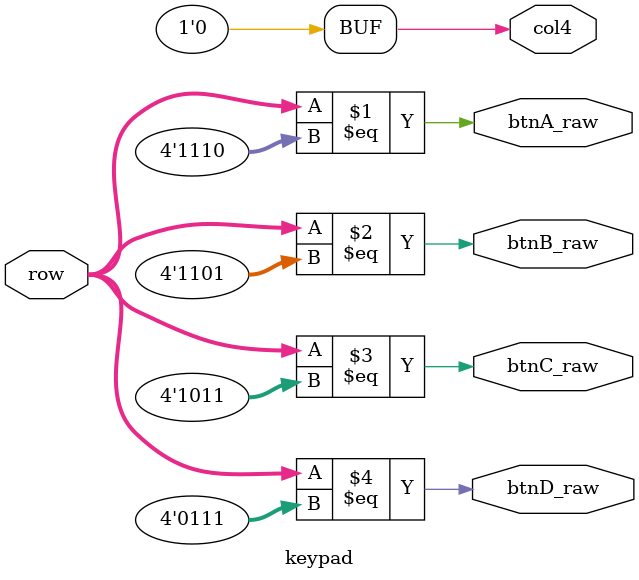
<source format=v>
module keypad(
    input  wire [3:0] row,   // JB[7:4]
    output wire       col4,  // JB[3]
    output wire       btnA_raw,
    output wire       btnB_raw,
    output wire       btnC_raw,
    output wire       btnD_raw
);

assign col4 = 1'b0;  // col4 = A/B/C/D

assign btnA_raw = (row == 4'b1110);  // A
assign btnB_raw = (row == 4'b1101);  // B
assign btnC_raw = (row == 4'b1011);  // C
assign btnD_raw = (row == 4'b0111);  // D

endmodule

</source>
